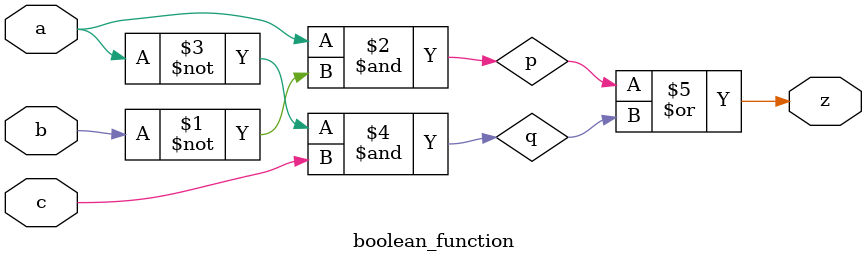
<source format=v>
module boolean_function(input a, input b, input c, output z);

  wire p;
  wire q;

  assign p = a & ~b;
  assign q = ~a & c;
  assign z = p | q;
endmodule

</source>
